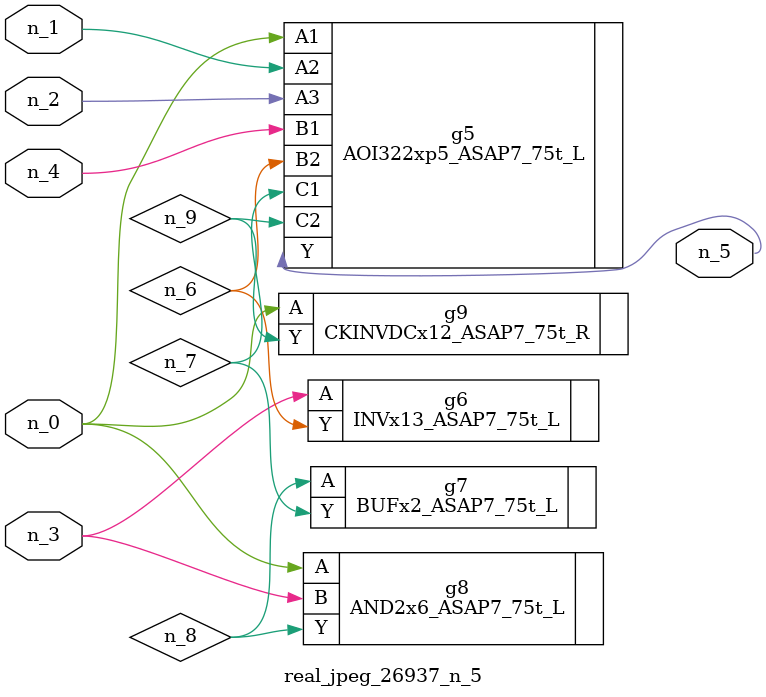
<source format=v>
module real_jpeg_26937_n_5 (n_4, n_0, n_1, n_2, n_3, n_5);

input n_4;
input n_0;
input n_1;
input n_2;
input n_3;

output n_5;

wire n_8;
wire n_6;
wire n_7;
wire n_9;

AOI322xp5_ASAP7_75t_L g5 ( 
.A1(n_0),
.A2(n_1),
.A3(n_2),
.B1(n_4),
.B2(n_6),
.C1(n_7),
.C2(n_9),
.Y(n_5)
);

AND2x6_ASAP7_75t_L g8 ( 
.A(n_0),
.B(n_3),
.Y(n_8)
);

CKINVDCx12_ASAP7_75t_R g9 ( 
.A(n_0),
.Y(n_9)
);

INVx13_ASAP7_75t_L g6 ( 
.A(n_3),
.Y(n_6)
);

BUFx2_ASAP7_75t_L g7 ( 
.A(n_8),
.Y(n_7)
);


endmodule
</source>
